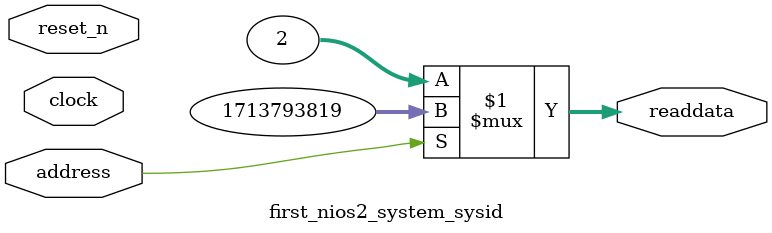
<source format=v>

`timescale 1ns / 1ps
// synthesis translate_on

// turn off superfluous verilog processor warnings 
// altera message_level Level1 
// altera message_off 10034 10035 10036 10037 10230 10240 10030 

module first_nios2_system_sysid (
               // inputs:
                address,
                clock,
                reset_n,

               // outputs:
                readdata
             )
;

  output  [ 31: 0] readdata;
  input            address;
  input            clock;
  input            reset_n;

  wire    [ 31: 0] readdata;
  //control_slave, which is an e_avalon_slave
  assign readdata = address ? 1713793819 : 2;

endmodule




</source>
